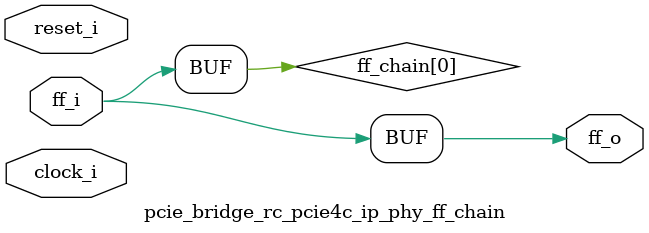
<source format=v>
/*****************************************************************************
** Description:
**    Flop Chain
**
******************************************************************************/

`timescale 1ps/1ps

`define AS_PHYREG(clk, reset, q, d, rstval)  \
   always @(posedge clk or posedge reset) begin \
      if (reset) \
         q  <= #(TCQ)   rstval;  \
      else  \
         q  <= #(TCQ)   d; \
   end

`define PHYREG(clk, reset, q, d, rstval)  \
   always @(posedge clk) begin \
      if (reset) \
         q  <= #(TCQ)   rstval;  \
      else  \
         q  <= #(TCQ)   d; \
   end

(* DowngradeIPIdentifiedWarnings = "yes" *)
module pcie_bridge_rc_pcie4c_ip_phy_ff_chain #(
   // Parameters
   parameter integer PIPELINE_STAGES   = 0,        // 0 = no pipeline; 1 = 1 stage; 2 = 2 stages; 3 = 3 stages
   parameter         ASYNC             = "FALSE",
   parameter integer FF_WIDTH          = 1,
   parameter integer RST_VAL           = 0,
   parameter integer TCQ               = 1
)  (   
   input  wire                         clock_i,          
   input  wire                         reset_i,           
   input  wire [FF_WIDTH-1:0]          ff_i,            
   output wire [FF_WIDTH-1:0]          ff_o        
   );

   genvar   var_i;

   reg   [FF_WIDTH-1:0]          ff_chain [PIPELINE_STAGES:0];

   always @(*) ff_chain[0] = ff_i;

generate
   if (PIPELINE_STAGES > 0) begin:  with_ff_chain
      for (var_i = 0; var_i < PIPELINE_STAGES; var_i = var_i + 1) begin: ff_chain_gen
         if (ASYNC == "TRUE") begin: async_rst
            `AS_PHYREG(clock_i, reset_i, ff_chain[var_i+1], ff_chain[var_i], RST_VAL)
         end else begin: sync_rst
            `PHYREG(clock_i, reset_i, ff_chain[var_i+1], ff_chain[var_i], RST_VAL)
         end
      end
   end
endgenerate

   assign ff_o = ff_chain[PIPELINE_STAGES];

endmodule

</source>
